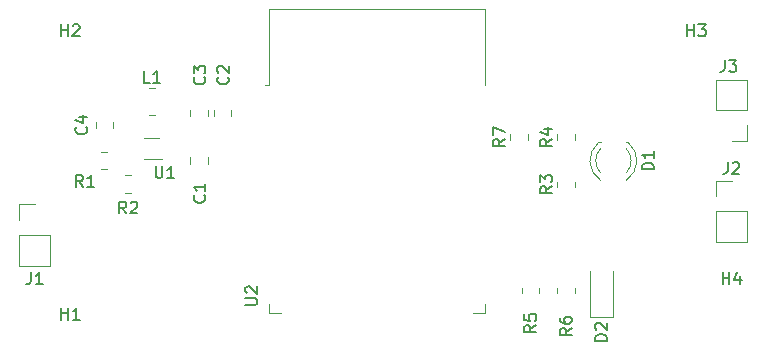
<source format=gbr>
%TF.GenerationSoftware,KiCad,Pcbnew,6.0.8-f2edbf62ab~116~ubuntu22.04.1*%
%TF.CreationDate,2022-10-16T01:51:03-07:00*%
%TF.ProjectId,bracelet-pcb,62726163-656c-4657-942d-7063622e6b69,rev?*%
%TF.SameCoordinates,Original*%
%TF.FileFunction,Legend,Top*%
%TF.FilePolarity,Positive*%
%FSLAX46Y46*%
G04 Gerber Fmt 4.6, Leading zero omitted, Abs format (unit mm)*
G04 Created by KiCad (PCBNEW 6.0.8-f2edbf62ab~116~ubuntu22.04.1) date 2022-10-16 01:51:03*
%MOMM*%
%LPD*%
G01*
G04 APERTURE LIST*
%ADD10C,0.150000*%
%ADD11C,0.120000*%
G04 APERTURE END LIST*
D10*
%TO.C,H4*%
X156238095Y-124452380D02*
X156238095Y-123452380D01*
X156238095Y-123928571D02*
X156809523Y-123928571D01*
X156809523Y-124452380D02*
X156809523Y-123452380D01*
X157714285Y-123785714D02*
X157714285Y-124452380D01*
X157476190Y-123404761D02*
X157238095Y-124119047D01*
X157857142Y-124119047D01*
%TO.C,H3*%
X153238095Y-103452380D02*
X153238095Y-102452380D01*
X153238095Y-102928571D02*
X153809523Y-102928571D01*
X153809523Y-103452380D02*
X153809523Y-102452380D01*
X154190476Y-102452380D02*
X154809523Y-102452380D01*
X154476190Y-102833333D01*
X154619047Y-102833333D01*
X154714285Y-102880952D01*
X154761904Y-102928571D01*
X154809523Y-103023809D01*
X154809523Y-103261904D01*
X154761904Y-103357142D01*
X154714285Y-103404761D01*
X154619047Y-103452380D01*
X154333333Y-103452380D01*
X154238095Y-103404761D01*
X154190476Y-103357142D01*
%TO.C,H2*%
X100238095Y-103452380D02*
X100238095Y-102452380D01*
X100238095Y-102928571D02*
X100809523Y-102928571D01*
X100809523Y-103452380D02*
X100809523Y-102452380D01*
X101238095Y-102547619D02*
X101285714Y-102500000D01*
X101380952Y-102452380D01*
X101619047Y-102452380D01*
X101714285Y-102500000D01*
X101761904Y-102547619D01*
X101809523Y-102642857D01*
X101809523Y-102738095D01*
X101761904Y-102880952D01*
X101190476Y-103452380D01*
X101809523Y-103452380D01*
%TO.C,H1*%
X100238095Y-127452380D02*
X100238095Y-126452380D01*
X100238095Y-126928571D02*
X100809523Y-126928571D01*
X100809523Y-127452380D02*
X100809523Y-126452380D01*
X101809523Y-127452380D02*
X101238095Y-127452380D01*
X101523809Y-127452380D02*
X101523809Y-126452380D01*
X101428571Y-126595238D01*
X101333333Y-126690476D01*
X101238095Y-126738095D01*
%TO.C,R7*%
X137802380Y-112166666D02*
X137326190Y-112500000D01*
X137802380Y-112738095D02*
X136802380Y-112738095D01*
X136802380Y-112357142D01*
X136850000Y-112261904D01*
X136897619Y-112214285D01*
X136992857Y-112166666D01*
X137135714Y-112166666D01*
X137230952Y-112214285D01*
X137278571Y-112261904D01*
X137326190Y-112357142D01*
X137326190Y-112738095D01*
X136802380Y-111833333D02*
X136802380Y-111166666D01*
X137802380Y-111595238D01*
%TO.C,R6*%
X143452380Y-128166666D02*
X142976190Y-128500000D01*
X143452380Y-128738095D02*
X142452380Y-128738095D01*
X142452380Y-128357142D01*
X142500000Y-128261904D01*
X142547619Y-128214285D01*
X142642857Y-128166666D01*
X142785714Y-128166666D01*
X142880952Y-128214285D01*
X142928571Y-128261904D01*
X142976190Y-128357142D01*
X142976190Y-128738095D01*
X142452380Y-127309523D02*
X142452380Y-127500000D01*
X142500000Y-127595238D01*
X142547619Y-127642857D01*
X142690476Y-127738095D01*
X142880952Y-127785714D01*
X143261904Y-127785714D01*
X143357142Y-127738095D01*
X143404761Y-127690476D01*
X143452380Y-127595238D01*
X143452380Y-127404761D01*
X143404761Y-127309523D01*
X143357142Y-127261904D01*
X143261904Y-127214285D01*
X143023809Y-127214285D01*
X142928571Y-127261904D01*
X142880952Y-127309523D01*
X142833333Y-127404761D01*
X142833333Y-127595238D01*
X142880952Y-127690476D01*
X142928571Y-127738095D01*
X143023809Y-127785714D01*
%TO.C,R5*%
X140452380Y-127916666D02*
X139976190Y-128250000D01*
X140452380Y-128488095D02*
X139452380Y-128488095D01*
X139452380Y-128107142D01*
X139500000Y-128011904D01*
X139547619Y-127964285D01*
X139642857Y-127916666D01*
X139785714Y-127916666D01*
X139880952Y-127964285D01*
X139928571Y-128011904D01*
X139976190Y-128107142D01*
X139976190Y-128488095D01*
X139452380Y-127011904D02*
X139452380Y-127488095D01*
X139928571Y-127535714D01*
X139880952Y-127488095D01*
X139833333Y-127392857D01*
X139833333Y-127154761D01*
X139880952Y-127059523D01*
X139928571Y-127011904D01*
X140023809Y-126964285D01*
X140261904Y-126964285D01*
X140357142Y-127011904D01*
X140404761Y-127059523D01*
X140452380Y-127154761D01*
X140452380Y-127392857D01*
X140404761Y-127488095D01*
X140357142Y-127535714D01*
%TO.C,D2*%
X146452380Y-129238095D02*
X145452380Y-129238095D01*
X145452380Y-129000000D01*
X145500000Y-128857142D01*
X145595238Y-128761904D01*
X145690476Y-128714285D01*
X145880952Y-128666666D01*
X146023809Y-128666666D01*
X146214285Y-128714285D01*
X146309523Y-128761904D01*
X146404761Y-128857142D01*
X146452380Y-129000000D01*
X146452380Y-129238095D01*
X145547619Y-128285714D02*
X145500000Y-128238095D01*
X145452380Y-128142857D01*
X145452380Y-127904761D01*
X145500000Y-127809523D01*
X145547619Y-127761904D01*
X145642857Y-127714285D01*
X145738095Y-127714285D01*
X145880952Y-127761904D01*
X146452380Y-128333333D01*
X146452380Y-127714285D01*
%TO.C,J3*%
X156416666Y-105452380D02*
X156416666Y-106166666D01*
X156369047Y-106309523D01*
X156273809Y-106404761D01*
X156130952Y-106452380D01*
X156035714Y-106452380D01*
X156797619Y-105452380D02*
X157416666Y-105452380D01*
X157083333Y-105833333D01*
X157226190Y-105833333D01*
X157321428Y-105880952D01*
X157369047Y-105928571D01*
X157416666Y-106023809D01*
X157416666Y-106261904D01*
X157369047Y-106357142D01*
X157321428Y-106404761D01*
X157226190Y-106452380D01*
X156940476Y-106452380D01*
X156845238Y-106404761D01*
X156797619Y-106357142D01*
%TO.C,J2*%
X156666666Y-114122380D02*
X156666666Y-114836666D01*
X156619047Y-114979523D01*
X156523809Y-115074761D01*
X156380952Y-115122380D01*
X156285714Y-115122380D01*
X157095238Y-114217619D02*
X157142857Y-114170000D01*
X157238095Y-114122380D01*
X157476190Y-114122380D01*
X157571428Y-114170000D01*
X157619047Y-114217619D01*
X157666666Y-114312857D01*
X157666666Y-114408095D01*
X157619047Y-114550952D01*
X157047619Y-115122380D01*
X157666666Y-115122380D01*
%TO.C,J1*%
X97666666Y-123452380D02*
X97666666Y-124166666D01*
X97619047Y-124309523D01*
X97523809Y-124404761D01*
X97380952Y-124452380D01*
X97285714Y-124452380D01*
X98666666Y-124452380D02*
X98095238Y-124452380D01*
X98380952Y-124452380D02*
X98380952Y-123452380D01*
X98285714Y-123595238D01*
X98190476Y-123690476D01*
X98095238Y-123738095D01*
%TO.C,U2*%
X115842380Y-126191904D02*
X116651904Y-126191904D01*
X116747142Y-126144285D01*
X116794761Y-126096666D01*
X116842380Y-126001428D01*
X116842380Y-125810952D01*
X116794761Y-125715714D01*
X116747142Y-125668095D01*
X116651904Y-125620476D01*
X115842380Y-125620476D01*
X115937619Y-125191904D02*
X115890000Y-125144285D01*
X115842380Y-125049047D01*
X115842380Y-124810952D01*
X115890000Y-124715714D01*
X115937619Y-124668095D01*
X116032857Y-124620476D01*
X116128095Y-124620476D01*
X116270952Y-124668095D01*
X116842380Y-125239523D01*
X116842380Y-124620476D01*
%TO.C,U1*%
X108238095Y-114452380D02*
X108238095Y-115261904D01*
X108285714Y-115357142D01*
X108333333Y-115404761D01*
X108428571Y-115452380D01*
X108619047Y-115452380D01*
X108714285Y-115404761D01*
X108761904Y-115357142D01*
X108809523Y-115261904D01*
X108809523Y-114452380D01*
X109809523Y-115452380D02*
X109238095Y-115452380D01*
X109523809Y-115452380D02*
X109523809Y-114452380D01*
X109428571Y-114595238D01*
X109333333Y-114690476D01*
X109238095Y-114738095D01*
%TO.C,R4*%
X141802380Y-112166666D02*
X141326190Y-112500000D01*
X141802380Y-112738095D02*
X140802380Y-112738095D01*
X140802380Y-112357142D01*
X140850000Y-112261904D01*
X140897619Y-112214285D01*
X140992857Y-112166666D01*
X141135714Y-112166666D01*
X141230952Y-112214285D01*
X141278571Y-112261904D01*
X141326190Y-112357142D01*
X141326190Y-112738095D01*
X141135714Y-111309523D02*
X141802380Y-111309523D01*
X140754761Y-111547619D02*
X141469047Y-111785714D01*
X141469047Y-111166666D01*
%TO.C,R3*%
X141802380Y-116166666D02*
X141326190Y-116500000D01*
X141802380Y-116738095D02*
X140802380Y-116738095D01*
X140802380Y-116357142D01*
X140850000Y-116261904D01*
X140897619Y-116214285D01*
X140992857Y-116166666D01*
X141135714Y-116166666D01*
X141230952Y-116214285D01*
X141278571Y-116261904D01*
X141326190Y-116357142D01*
X141326190Y-116738095D01*
X140802380Y-115833333D02*
X140802380Y-115214285D01*
X141183333Y-115547619D01*
X141183333Y-115404761D01*
X141230952Y-115309523D01*
X141278571Y-115261904D01*
X141373809Y-115214285D01*
X141611904Y-115214285D01*
X141707142Y-115261904D01*
X141754761Y-115309523D01*
X141802380Y-115404761D01*
X141802380Y-115690476D01*
X141754761Y-115785714D01*
X141707142Y-115833333D01*
%TO.C,R2*%
X105749453Y-118452380D02*
X105416120Y-117976190D01*
X105178024Y-118452380D02*
X105178024Y-117452380D01*
X105558977Y-117452380D01*
X105654215Y-117500000D01*
X105701834Y-117547619D01*
X105749453Y-117642857D01*
X105749453Y-117785714D01*
X105701834Y-117880952D01*
X105654215Y-117928571D01*
X105558977Y-117976190D01*
X105178024Y-117976190D01*
X106130405Y-117547619D02*
X106178024Y-117500000D01*
X106273262Y-117452380D01*
X106511358Y-117452380D01*
X106606596Y-117500000D01*
X106654215Y-117547619D01*
X106701834Y-117642857D01*
X106701834Y-117738095D01*
X106654215Y-117880952D01*
X106082786Y-118452380D01*
X106701834Y-118452380D01*
%TO.C,R1*%
X102083333Y-116202380D02*
X101750000Y-115726190D01*
X101511904Y-116202380D02*
X101511904Y-115202380D01*
X101892857Y-115202380D01*
X101988095Y-115250000D01*
X102035714Y-115297619D01*
X102083333Y-115392857D01*
X102083333Y-115535714D01*
X102035714Y-115630952D01*
X101988095Y-115678571D01*
X101892857Y-115726190D01*
X101511904Y-115726190D01*
X103035714Y-116202380D02*
X102464285Y-116202380D01*
X102750000Y-116202380D02*
X102750000Y-115202380D01*
X102654761Y-115345238D01*
X102559523Y-115440476D01*
X102464285Y-115488095D01*
%TO.C,L1*%
X107749453Y-107377380D02*
X107273262Y-107377380D01*
X107273262Y-106377380D01*
X108606596Y-107377380D02*
X108035167Y-107377380D01*
X108320881Y-107377380D02*
X108320881Y-106377380D01*
X108225643Y-106520238D01*
X108130405Y-106615476D01*
X108035167Y-106663095D01*
%TO.C,D1*%
X150412380Y-114728095D02*
X149412380Y-114728095D01*
X149412380Y-114490000D01*
X149460000Y-114347142D01*
X149555238Y-114251904D01*
X149650476Y-114204285D01*
X149840952Y-114156666D01*
X149983809Y-114156666D01*
X150174285Y-114204285D01*
X150269523Y-114251904D01*
X150364761Y-114347142D01*
X150412380Y-114490000D01*
X150412380Y-114728095D01*
X150412380Y-113204285D02*
X150412380Y-113775714D01*
X150412380Y-113490000D02*
X149412380Y-113490000D01*
X149555238Y-113585238D01*
X149650476Y-113680476D01*
X149698095Y-113775714D01*
%TO.C,C4*%
X102357142Y-111141666D02*
X102404761Y-111189285D01*
X102452380Y-111332142D01*
X102452380Y-111427380D01*
X102404761Y-111570238D01*
X102309523Y-111665476D01*
X102214285Y-111713095D01*
X102023809Y-111760714D01*
X101880952Y-111760714D01*
X101690476Y-111713095D01*
X101595238Y-111665476D01*
X101500000Y-111570238D01*
X101452380Y-111427380D01*
X101452380Y-111332142D01*
X101500000Y-111189285D01*
X101547619Y-111141666D01*
X101785714Y-110284523D02*
X102452380Y-110284523D01*
X101404761Y-110522619D02*
X102119047Y-110760714D01*
X102119047Y-110141666D01*
%TO.C,C3*%
X112357142Y-106916666D02*
X112404761Y-106964285D01*
X112452380Y-107107142D01*
X112452380Y-107202380D01*
X112404761Y-107345238D01*
X112309523Y-107440476D01*
X112214285Y-107488095D01*
X112023809Y-107535714D01*
X111880952Y-107535714D01*
X111690476Y-107488095D01*
X111595238Y-107440476D01*
X111500000Y-107345238D01*
X111452380Y-107202380D01*
X111452380Y-107107142D01*
X111500000Y-106964285D01*
X111547619Y-106916666D01*
X111452380Y-106583333D02*
X111452380Y-105964285D01*
X111833333Y-106297619D01*
X111833333Y-106154761D01*
X111880952Y-106059523D01*
X111928571Y-106011904D01*
X112023809Y-105964285D01*
X112261904Y-105964285D01*
X112357142Y-106011904D01*
X112404761Y-106059523D01*
X112452380Y-106154761D01*
X112452380Y-106440476D01*
X112404761Y-106535714D01*
X112357142Y-106583333D01*
%TO.C,C2*%
X114357142Y-106916666D02*
X114404761Y-106964285D01*
X114452380Y-107107142D01*
X114452380Y-107202380D01*
X114404761Y-107345238D01*
X114309523Y-107440476D01*
X114214285Y-107488095D01*
X114023809Y-107535714D01*
X113880952Y-107535714D01*
X113690476Y-107488095D01*
X113595238Y-107440476D01*
X113500000Y-107345238D01*
X113452380Y-107202380D01*
X113452380Y-107107142D01*
X113500000Y-106964285D01*
X113547619Y-106916666D01*
X113547619Y-106535714D02*
X113500000Y-106488095D01*
X113452380Y-106392857D01*
X113452380Y-106154761D01*
X113500000Y-106059523D01*
X113547619Y-106011904D01*
X113642857Y-105964285D01*
X113738095Y-105964285D01*
X113880952Y-106011904D01*
X114452380Y-106583333D01*
X114452380Y-105964285D01*
%TO.C,C1*%
X112357142Y-116916666D02*
X112404761Y-116964285D01*
X112452380Y-117107142D01*
X112452380Y-117202380D01*
X112404761Y-117345238D01*
X112309523Y-117440476D01*
X112214285Y-117488095D01*
X112023809Y-117535714D01*
X111880952Y-117535714D01*
X111690476Y-117488095D01*
X111595238Y-117440476D01*
X111500000Y-117345238D01*
X111452380Y-117202380D01*
X111452380Y-117107142D01*
X111500000Y-116964285D01*
X111547619Y-116916666D01*
X112452380Y-115964285D02*
X112452380Y-116535714D01*
X112452380Y-116250000D02*
X111452380Y-116250000D01*
X111595238Y-116345238D01*
X111690476Y-116440476D01*
X111738095Y-116535714D01*
D11*
%TO.C,R7*%
X138265000Y-112227064D02*
X138265000Y-111772936D01*
X139735000Y-112227064D02*
X139735000Y-111772936D01*
%TO.C,R6*%
X142265000Y-125227064D02*
X142265000Y-124772936D01*
X143735000Y-125227064D02*
X143735000Y-124772936D01*
%TO.C,R5*%
X140735000Y-124772936D02*
X140735000Y-125227064D01*
X139265000Y-124772936D02*
X139265000Y-125227064D01*
%TO.C,D2*%
X145000000Y-127250000D02*
X145000000Y-123350000D01*
X145000000Y-127250000D02*
X147000000Y-127250000D01*
X147000000Y-127250000D02*
X147000000Y-123350000D01*
%TO.C,J3*%
X155670000Y-109730000D02*
X155670000Y-107130000D01*
X158330000Y-112330000D02*
X157000000Y-112330000D01*
X158330000Y-109730000D02*
X155670000Y-109730000D01*
X158330000Y-109730000D02*
X158330000Y-107130000D01*
X158330000Y-107130000D02*
X155670000Y-107130000D01*
X158330000Y-111000000D02*
X158330000Y-112330000D01*
%TO.C,J2*%
X158330000Y-118270000D02*
X158330000Y-120870000D01*
X155670000Y-115670000D02*
X157000000Y-115670000D01*
X155670000Y-118270000D02*
X158330000Y-118270000D01*
X155670000Y-118270000D02*
X155670000Y-120870000D01*
X155670000Y-120870000D02*
X158330000Y-120870000D01*
X155670000Y-117000000D02*
X155670000Y-115670000D01*
%TO.C,J1*%
X96670000Y-119000000D02*
X96670000Y-117670000D01*
X96670000Y-122870000D02*
X99330000Y-122870000D01*
X96670000Y-120270000D02*
X96670000Y-122870000D01*
X96670000Y-120270000D02*
X99330000Y-120270000D01*
X96670000Y-117670000D02*
X98000000Y-117670000D01*
X99330000Y-120270000D02*
X99330000Y-122870000D01*
%TO.C,U2*%
X136120000Y-101135000D02*
X136120000Y-107555000D01*
X117880000Y-101135000D02*
X136120000Y-101135000D01*
X117880000Y-101135000D02*
X117880000Y-107555000D01*
X136120000Y-126100000D02*
X136120000Y-126880000D01*
X136120000Y-126880000D02*
X135120000Y-126880000D01*
X117880000Y-107555000D02*
X117500000Y-107555000D01*
X117880000Y-126100000D02*
X117880000Y-126880000D01*
X117880000Y-126880000D02*
X118880000Y-126880000D01*
%TO.C,U1*%
X108816120Y-113875000D02*
X107266120Y-113875000D01*
X107266120Y-112075000D02*
X108566120Y-112075000D01*
%TO.C,R4*%
X142265000Y-112227064D02*
X142265000Y-111772936D01*
X143735000Y-112227064D02*
X143735000Y-111772936D01*
%TO.C,R3*%
X142265000Y-116227064D02*
X142265000Y-115772936D01*
X143735000Y-116227064D02*
X143735000Y-115772936D01*
%TO.C,R2*%
X105654868Y-116710000D02*
X106177372Y-116710000D01*
X105654868Y-115240000D02*
X106177372Y-115240000D01*
%TO.C,R1*%
X103617368Y-114710000D02*
X104139872Y-114710000D01*
X103617368Y-113240000D02*
X104139872Y-113240000D01*
%TO.C,L1*%
X107654868Y-107865000D02*
X108177372Y-107865000D01*
X107654868Y-110085000D02*
X108177372Y-110085000D01*
%TO.C,D1*%
X148236000Y-112430000D02*
X148080000Y-112430000D01*
X145920000Y-112430000D02*
X145764000Y-112430000D01*
X148079837Y-115031130D02*
G75*
G03*
X148080000Y-112949039I-1079837J1041130D01*
G01*
X148078608Y-115662335D02*
G75*
G03*
X148235516Y-112430000I-1078608J1672335D01*
G01*
X145920000Y-112949039D02*
G75*
G03*
X145920163Y-115031130I1080000J-1040961D01*
G01*
X145764484Y-112430000D02*
G75*
G03*
X145921392Y-115662335I1235516J-1560000D01*
G01*
%TO.C,C4*%
X103181120Y-110713748D02*
X103181120Y-111236252D01*
X104651120Y-110713748D02*
X104651120Y-111236252D01*
%TO.C,C3*%
X111181120Y-109713748D02*
X111181120Y-110236252D01*
X112651120Y-109713748D02*
X112651120Y-110236252D01*
%TO.C,C2*%
X113181120Y-109713748D02*
X113181120Y-110236252D01*
X114651120Y-109713748D02*
X114651120Y-110236252D01*
%TO.C,C1*%
X112651120Y-114236252D02*
X112651120Y-113713748D01*
X111181120Y-114236252D02*
X111181120Y-113713748D01*
%TD*%
M02*

</source>
